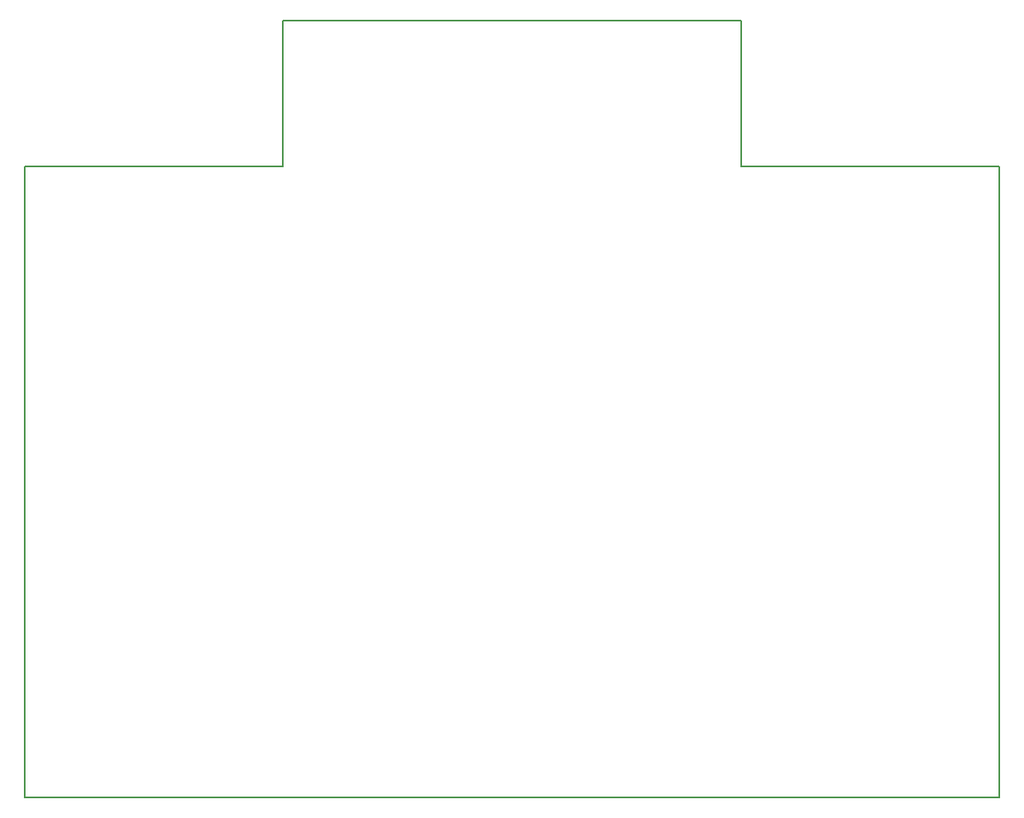
<source format=gko>
G04 #@! TF.FileFunction,Profile,NP*
%FSLAX46Y46*%
G04 Gerber Fmt 4.6, Leading zero omitted, Abs format (unit mm)*
G04 Created by KiCad (PCBNEW 4.0.2+e4-6225~38~ubuntu14.04.1-stable) date Thu 16 Jun 2016 02:06:54 PM CEST*
%MOMM*%
G01*
G04 APERTURE LIST*
%ADD10C,0.100000*%
%ADD11C,0.150000*%
G04 APERTURE END LIST*
D10*
D11*
X193515000Y-112290000D02*
X93515000Y-112290000D01*
X193515000Y-47370000D02*
X193515000Y-112290000D01*
X93515000Y-47370000D02*
X93515000Y-112290000D01*
X167015000Y-47370000D02*
X193515000Y-47370000D01*
X120015000Y-47370000D02*
X93515000Y-47370000D01*
X167015000Y-32370000D02*
X167015000Y-47370000D01*
X120015000Y-32370000D02*
X120015000Y-47370000D01*
X143515000Y-32370000D02*
X120015000Y-32370000D01*
X143515000Y-32370000D02*
X167015000Y-32370000D01*
M02*

</source>
